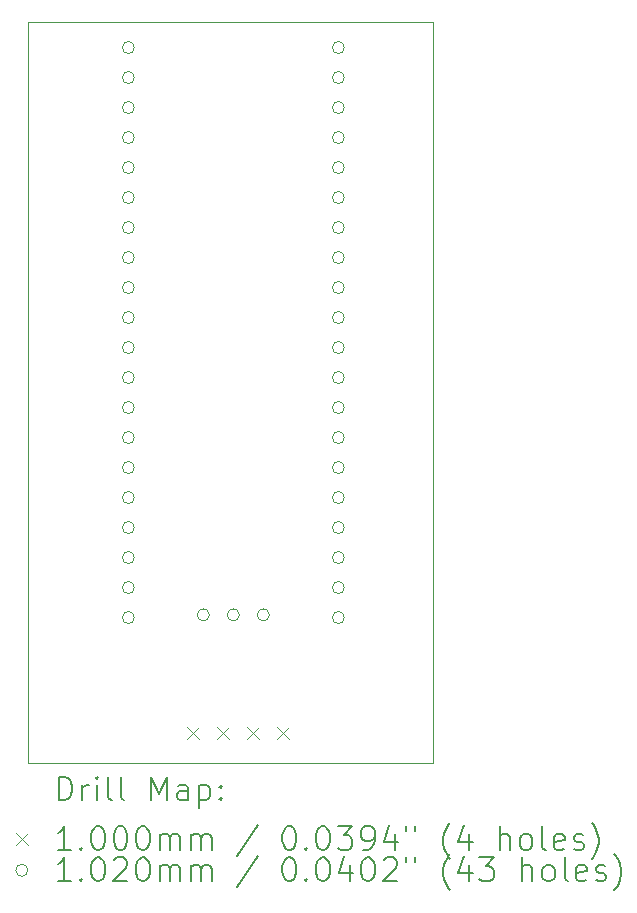
<source format=gbr>
%TF.GenerationSoftware,KiCad,Pcbnew,8.0.1*%
%TF.CreationDate,2024-10-21T20:58:19+13:00*%
%TF.ProjectId,aurorawatchpcb,6175726f-7261-4776-9174-63687063622e,rev?*%
%TF.SameCoordinates,Original*%
%TF.FileFunction,Drillmap*%
%TF.FilePolarity,Positive*%
%FSLAX45Y45*%
G04 Gerber Fmt 4.5, Leading zero omitted, Abs format (unit mm)*
G04 Created by KiCad (PCBNEW 8.0.1) date 2024-10-21 20:58:19*
%MOMM*%
%LPD*%
G01*
G04 APERTURE LIST*
%ADD10C,0.050000*%
%ADD11C,0.200000*%
%ADD12C,0.100000*%
%ADD13C,0.102000*%
G04 APERTURE END LIST*
D10*
X9652000Y-6298775D02*
X13081000Y-6298775D01*
X9652000Y-12573000D02*
X9652000Y-6298775D01*
X13081000Y-12573000D02*
X9652000Y-12573000D01*
X13081000Y-6298775D02*
X13081000Y-12573000D01*
D11*
D12*
X10999000Y-12269000D02*
X11099000Y-12369000D01*
X11099000Y-12269000D02*
X10999000Y-12369000D01*
X11253000Y-12269000D02*
X11353000Y-12369000D01*
X11353000Y-12269000D02*
X11253000Y-12369000D01*
X11507000Y-12269000D02*
X11607000Y-12369000D01*
X11607000Y-12269000D02*
X11507000Y-12369000D01*
X11761000Y-12269000D02*
X11861000Y-12369000D01*
X11861000Y-12269000D02*
X11761000Y-12369000D01*
D13*
X10551380Y-6514020D02*
G75*
G02*
X10449380Y-6514020I-51000J0D01*
G01*
X10449380Y-6514020D02*
G75*
G02*
X10551380Y-6514020I51000J0D01*
G01*
X10551380Y-6768020D02*
G75*
G02*
X10449380Y-6768020I-51000J0D01*
G01*
X10449380Y-6768020D02*
G75*
G02*
X10551380Y-6768020I51000J0D01*
G01*
X10551380Y-7022020D02*
G75*
G02*
X10449380Y-7022020I-51000J0D01*
G01*
X10449380Y-7022020D02*
G75*
G02*
X10551380Y-7022020I51000J0D01*
G01*
X10551380Y-7276020D02*
G75*
G02*
X10449380Y-7276020I-51000J0D01*
G01*
X10449380Y-7276020D02*
G75*
G02*
X10551380Y-7276020I51000J0D01*
G01*
X10551380Y-7530020D02*
G75*
G02*
X10449380Y-7530020I-51000J0D01*
G01*
X10449380Y-7530020D02*
G75*
G02*
X10551380Y-7530020I51000J0D01*
G01*
X10551380Y-7784020D02*
G75*
G02*
X10449380Y-7784020I-51000J0D01*
G01*
X10449380Y-7784020D02*
G75*
G02*
X10551380Y-7784020I51000J0D01*
G01*
X10551380Y-8038020D02*
G75*
G02*
X10449380Y-8038020I-51000J0D01*
G01*
X10449380Y-8038020D02*
G75*
G02*
X10551380Y-8038020I51000J0D01*
G01*
X10551380Y-8292020D02*
G75*
G02*
X10449380Y-8292020I-51000J0D01*
G01*
X10449380Y-8292020D02*
G75*
G02*
X10551380Y-8292020I51000J0D01*
G01*
X10551380Y-8546020D02*
G75*
G02*
X10449380Y-8546020I-51000J0D01*
G01*
X10449380Y-8546020D02*
G75*
G02*
X10551380Y-8546020I51000J0D01*
G01*
X10551380Y-8800020D02*
G75*
G02*
X10449380Y-8800020I-51000J0D01*
G01*
X10449380Y-8800020D02*
G75*
G02*
X10551380Y-8800020I51000J0D01*
G01*
X10551380Y-9054020D02*
G75*
G02*
X10449380Y-9054020I-51000J0D01*
G01*
X10449380Y-9054020D02*
G75*
G02*
X10551380Y-9054020I51000J0D01*
G01*
X10551380Y-9308020D02*
G75*
G02*
X10449380Y-9308020I-51000J0D01*
G01*
X10449380Y-9308020D02*
G75*
G02*
X10551380Y-9308020I51000J0D01*
G01*
X10551380Y-9562020D02*
G75*
G02*
X10449380Y-9562020I-51000J0D01*
G01*
X10449380Y-9562020D02*
G75*
G02*
X10551380Y-9562020I51000J0D01*
G01*
X10551380Y-9816020D02*
G75*
G02*
X10449380Y-9816020I-51000J0D01*
G01*
X10449380Y-9816020D02*
G75*
G02*
X10551380Y-9816020I51000J0D01*
G01*
X10551380Y-10070020D02*
G75*
G02*
X10449380Y-10070020I-51000J0D01*
G01*
X10449380Y-10070020D02*
G75*
G02*
X10551380Y-10070020I51000J0D01*
G01*
X10551380Y-10324020D02*
G75*
G02*
X10449380Y-10324020I-51000J0D01*
G01*
X10449380Y-10324020D02*
G75*
G02*
X10551380Y-10324020I51000J0D01*
G01*
X10551380Y-10578020D02*
G75*
G02*
X10449380Y-10578020I-51000J0D01*
G01*
X10449380Y-10578020D02*
G75*
G02*
X10551380Y-10578020I51000J0D01*
G01*
X10551380Y-10832020D02*
G75*
G02*
X10449380Y-10832020I-51000J0D01*
G01*
X10449380Y-10832020D02*
G75*
G02*
X10551380Y-10832020I51000J0D01*
G01*
X10551380Y-11086020D02*
G75*
G02*
X10449380Y-11086020I-51000J0D01*
G01*
X10449380Y-11086020D02*
G75*
G02*
X10551380Y-11086020I51000J0D01*
G01*
X10551380Y-11340020D02*
G75*
G02*
X10449380Y-11340020I-51000J0D01*
G01*
X10449380Y-11340020D02*
G75*
G02*
X10551380Y-11340020I51000J0D01*
G01*
X11186380Y-11317020D02*
G75*
G02*
X11084380Y-11317020I-51000J0D01*
G01*
X11084380Y-11317020D02*
G75*
G02*
X11186380Y-11317020I51000J0D01*
G01*
X11440380Y-11317020D02*
G75*
G02*
X11338380Y-11317020I-51000J0D01*
G01*
X11338380Y-11317020D02*
G75*
G02*
X11440380Y-11317020I51000J0D01*
G01*
X11694380Y-11317020D02*
G75*
G02*
X11592380Y-11317020I-51000J0D01*
G01*
X11592380Y-11317020D02*
G75*
G02*
X11694380Y-11317020I51000J0D01*
G01*
X12329380Y-6514020D02*
G75*
G02*
X12227380Y-6514020I-51000J0D01*
G01*
X12227380Y-6514020D02*
G75*
G02*
X12329380Y-6514020I51000J0D01*
G01*
X12329380Y-6768020D02*
G75*
G02*
X12227380Y-6768020I-51000J0D01*
G01*
X12227380Y-6768020D02*
G75*
G02*
X12329380Y-6768020I51000J0D01*
G01*
X12329380Y-7022020D02*
G75*
G02*
X12227380Y-7022020I-51000J0D01*
G01*
X12227380Y-7022020D02*
G75*
G02*
X12329380Y-7022020I51000J0D01*
G01*
X12329380Y-7276020D02*
G75*
G02*
X12227380Y-7276020I-51000J0D01*
G01*
X12227380Y-7276020D02*
G75*
G02*
X12329380Y-7276020I51000J0D01*
G01*
X12329380Y-7530020D02*
G75*
G02*
X12227380Y-7530020I-51000J0D01*
G01*
X12227380Y-7530020D02*
G75*
G02*
X12329380Y-7530020I51000J0D01*
G01*
X12329380Y-7784020D02*
G75*
G02*
X12227380Y-7784020I-51000J0D01*
G01*
X12227380Y-7784020D02*
G75*
G02*
X12329380Y-7784020I51000J0D01*
G01*
X12329380Y-8038020D02*
G75*
G02*
X12227380Y-8038020I-51000J0D01*
G01*
X12227380Y-8038020D02*
G75*
G02*
X12329380Y-8038020I51000J0D01*
G01*
X12329380Y-8292020D02*
G75*
G02*
X12227380Y-8292020I-51000J0D01*
G01*
X12227380Y-8292020D02*
G75*
G02*
X12329380Y-8292020I51000J0D01*
G01*
X12329380Y-8546020D02*
G75*
G02*
X12227380Y-8546020I-51000J0D01*
G01*
X12227380Y-8546020D02*
G75*
G02*
X12329380Y-8546020I51000J0D01*
G01*
X12329380Y-8800020D02*
G75*
G02*
X12227380Y-8800020I-51000J0D01*
G01*
X12227380Y-8800020D02*
G75*
G02*
X12329380Y-8800020I51000J0D01*
G01*
X12329380Y-9054020D02*
G75*
G02*
X12227380Y-9054020I-51000J0D01*
G01*
X12227380Y-9054020D02*
G75*
G02*
X12329380Y-9054020I51000J0D01*
G01*
X12329380Y-9308020D02*
G75*
G02*
X12227380Y-9308020I-51000J0D01*
G01*
X12227380Y-9308020D02*
G75*
G02*
X12329380Y-9308020I51000J0D01*
G01*
X12329380Y-9562020D02*
G75*
G02*
X12227380Y-9562020I-51000J0D01*
G01*
X12227380Y-9562020D02*
G75*
G02*
X12329380Y-9562020I51000J0D01*
G01*
X12329380Y-9816020D02*
G75*
G02*
X12227380Y-9816020I-51000J0D01*
G01*
X12227380Y-9816020D02*
G75*
G02*
X12329380Y-9816020I51000J0D01*
G01*
X12329380Y-10070020D02*
G75*
G02*
X12227380Y-10070020I-51000J0D01*
G01*
X12227380Y-10070020D02*
G75*
G02*
X12329380Y-10070020I51000J0D01*
G01*
X12329380Y-10324020D02*
G75*
G02*
X12227380Y-10324020I-51000J0D01*
G01*
X12227380Y-10324020D02*
G75*
G02*
X12329380Y-10324020I51000J0D01*
G01*
X12329380Y-10578020D02*
G75*
G02*
X12227380Y-10578020I-51000J0D01*
G01*
X12227380Y-10578020D02*
G75*
G02*
X12329380Y-10578020I51000J0D01*
G01*
X12329380Y-10832020D02*
G75*
G02*
X12227380Y-10832020I-51000J0D01*
G01*
X12227380Y-10832020D02*
G75*
G02*
X12329380Y-10832020I51000J0D01*
G01*
X12329380Y-11086020D02*
G75*
G02*
X12227380Y-11086020I-51000J0D01*
G01*
X12227380Y-11086020D02*
G75*
G02*
X12329380Y-11086020I51000J0D01*
G01*
X12329380Y-11340020D02*
G75*
G02*
X12227380Y-11340020I-51000J0D01*
G01*
X12227380Y-11340020D02*
G75*
G02*
X12329380Y-11340020I51000J0D01*
G01*
D11*
X9910277Y-12886984D02*
X9910277Y-12686984D01*
X9910277Y-12686984D02*
X9957896Y-12686984D01*
X9957896Y-12686984D02*
X9986467Y-12696508D01*
X9986467Y-12696508D02*
X10005515Y-12715555D01*
X10005515Y-12715555D02*
X10015039Y-12734603D01*
X10015039Y-12734603D02*
X10024563Y-12772698D01*
X10024563Y-12772698D02*
X10024563Y-12801269D01*
X10024563Y-12801269D02*
X10015039Y-12839365D01*
X10015039Y-12839365D02*
X10005515Y-12858412D01*
X10005515Y-12858412D02*
X9986467Y-12877460D01*
X9986467Y-12877460D02*
X9957896Y-12886984D01*
X9957896Y-12886984D02*
X9910277Y-12886984D01*
X10110277Y-12886984D02*
X10110277Y-12753650D01*
X10110277Y-12791746D02*
X10119801Y-12772698D01*
X10119801Y-12772698D02*
X10129324Y-12763174D01*
X10129324Y-12763174D02*
X10148372Y-12753650D01*
X10148372Y-12753650D02*
X10167420Y-12753650D01*
X10234086Y-12886984D02*
X10234086Y-12753650D01*
X10234086Y-12686984D02*
X10224563Y-12696508D01*
X10224563Y-12696508D02*
X10234086Y-12706031D01*
X10234086Y-12706031D02*
X10243610Y-12696508D01*
X10243610Y-12696508D02*
X10234086Y-12686984D01*
X10234086Y-12686984D02*
X10234086Y-12706031D01*
X10357896Y-12886984D02*
X10338848Y-12877460D01*
X10338848Y-12877460D02*
X10329324Y-12858412D01*
X10329324Y-12858412D02*
X10329324Y-12686984D01*
X10462658Y-12886984D02*
X10443610Y-12877460D01*
X10443610Y-12877460D02*
X10434086Y-12858412D01*
X10434086Y-12858412D02*
X10434086Y-12686984D01*
X10691229Y-12886984D02*
X10691229Y-12686984D01*
X10691229Y-12686984D02*
X10757896Y-12829841D01*
X10757896Y-12829841D02*
X10824563Y-12686984D01*
X10824563Y-12686984D02*
X10824563Y-12886984D01*
X11005515Y-12886984D02*
X11005515Y-12782222D01*
X11005515Y-12782222D02*
X10995991Y-12763174D01*
X10995991Y-12763174D02*
X10976944Y-12753650D01*
X10976944Y-12753650D02*
X10938848Y-12753650D01*
X10938848Y-12753650D02*
X10919801Y-12763174D01*
X11005515Y-12877460D02*
X10986467Y-12886984D01*
X10986467Y-12886984D02*
X10938848Y-12886984D01*
X10938848Y-12886984D02*
X10919801Y-12877460D01*
X10919801Y-12877460D02*
X10910277Y-12858412D01*
X10910277Y-12858412D02*
X10910277Y-12839365D01*
X10910277Y-12839365D02*
X10919801Y-12820317D01*
X10919801Y-12820317D02*
X10938848Y-12810793D01*
X10938848Y-12810793D02*
X10986467Y-12810793D01*
X10986467Y-12810793D02*
X11005515Y-12801269D01*
X11100753Y-12753650D02*
X11100753Y-12953650D01*
X11100753Y-12763174D02*
X11119801Y-12753650D01*
X11119801Y-12753650D02*
X11157896Y-12753650D01*
X11157896Y-12753650D02*
X11176944Y-12763174D01*
X11176944Y-12763174D02*
X11186467Y-12772698D01*
X11186467Y-12772698D02*
X11195991Y-12791746D01*
X11195991Y-12791746D02*
X11195991Y-12848888D01*
X11195991Y-12848888D02*
X11186467Y-12867936D01*
X11186467Y-12867936D02*
X11176944Y-12877460D01*
X11176944Y-12877460D02*
X11157896Y-12886984D01*
X11157896Y-12886984D02*
X11119801Y-12886984D01*
X11119801Y-12886984D02*
X11100753Y-12877460D01*
X11281705Y-12867936D02*
X11291229Y-12877460D01*
X11291229Y-12877460D02*
X11281705Y-12886984D01*
X11281705Y-12886984D02*
X11272182Y-12877460D01*
X11272182Y-12877460D02*
X11281705Y-12867936D01*
X11281705Y-12867936D02*
X11281705Y-12886984D01*
X11281705Y-12763174D02*
X11291229Y-12772698D01*
X11291229Y-12772698D02*
X11281705Y-12782222D01*
X11281705Y-12782222D02*
X11272182Y-12772698D01*
X11272182Y-12772698D02*
X11281705Y-12763174D01*
X11281705Y-12763174D02*
X11281705Y-12782222D01*
D12*
X9549500Y-13165500D02*
X9649500Y-13265500D01*
X9649500Y-13165500D02*
X9549500Y-13265500D01*
D11*
X10015039Y-13306984D02*
X9900753Y-13306984D01*
X9957896Y-13306984D02*
X9957896Y-13106984D01*
X9957896Y-13106984D02*
X9938848Y-13135555D01*
X9938848Y-13135555D02*
X9919801Y-13154603D01*
X9919801Y-13154603D02*
X9900753Y-13164127D01*
X10100753Y-13287936D02*
X10110277Y-13297460D01*
X10110277Y-13297460D02*
X10100753Y-13306984D01*
X10100753Y-13306984D02*
X10091229Y-13297460D01*
X10091229Y-13297460D02*
X10100753Y-13287936D01*
X10100753Y-13287936D02*
X10100753Y-13306984D01*
X10234086Y-13106984D02*
X10253134Y-13106984D01*
X10253134Y-13106984D02*
X10272182Y-13116508D01*
X10272182Y-13116508D02*
X10281705Y-13126031D01*
X10281705Y-13126031D02*
X10291229Y-13145079D01*
X10291229Y-13145079D02*
X10300753Y-13183174D01*
X10300753Y-13183174D02*
X10300753Y-13230793D01*
X10300753Y-13230793D02*
X10291229Y-13268888D01*
X10291229Y-13268888D02*
X10281705Y-13287936D01*
X10281705Y-13287936D02*
X10272182Y-13297460D01*
X10272182Y-13297460D02*
X10253134Y-13306984D01*
X10253134Y-13306984D02*
X10234086Y-13306984D01*
X10234086Y-13306984D02*
X10215039Y-13297460D01*
X10215039Y-13297460D02*
X10205515Y-13287936D01*
X10205515Y-13287936D02*
X10195991Y-13268888D01*
X10195991Y-13268888D02*
X10186467Y-13230793D01*
X10186467Y-13230793D02*
X10186467Y-13183174D01*
X10186467Y-13183174D02*
X10195991Y-13145079D01*
X10195991Y-13145079D02*
X10205515Y-13126031D01*
X10205515Y-13126031D02*
X10215039Y-13116508D01*
X10215039Y-13116508D02*
X10234086Y-13106984D01*
X10424563Y-13106984D02*
X10443610Y-13106984D01*
X10443610Y-13106984D02*
X10462658Y-13116508D01*
X10462658Y-13116508D02*
X10472182Y-13126031D01*
X10472182Y-13126031D02*
X10481705Y-13145079D01*
X10481705Y-13145079D02*
X10491229Y-13183174D01*
X10491229Y-13183174D02*
X10491229Y-13230793D01*
X10491229Y-13230793D02*
X10481705Y-13268888D01*
X10481705Y-13268888D02*
X10472182Y-13287936D01*
X10472182Y-13287936D02*
X10462658Y-13297460D01*
X10462658Y-13297460D02*
X10443610Y-13306984D01*
X10443610Y-13306984D02*
X10424563Y-13306984D01*
X10424563Y-13306984D02*
X10405515Y-13297460D01*
X10405515Y-13297460D02*
X10395991Y-13287936D01*
X10395991Y-13287936D02*
X10386467Y-13268888D01*
X10386467Y-13268888D02*
X10376944Y-13230793D01*
X10376944Y-13230793D02*
X10376944Y-13183174D01*
X10376944Y-13183174D02*
X10386467Y-13145079D01*
X10386467Y-13145079D02*
X10395991Y-13126031D01*
X10395991Y-13126031D02*
X10405515Y-13116508D01*
X10405515Y-13116508D02*
X10424563Y-13106984D01*
X10615039Y-13106984D02*
X10634086Y-13106984D01*
X10634086Y-13106984D02*
X10653134Y-13116508D01*
X10653134Y-13116508D02*
X10662658Y-13126031D01*
X10662658Y-13126031D02*
X10672182Y-13145079D01*
X10672182Y-13145079D02*
X10681705Y-13183174D01*
X10681705Y-13183174D02*
X10681705Y-13230793D01*
X10681705Y-13230793D02*
X10672182Y-13268888D01*
X10672182Y-13268888D02*
X10662658Y-13287936D01*
X10662658Y-13287936D02*
X10653134Y-13297460D01*
X10653134Y-13297460D02*
X10634086Y-13306984D01*
X10634086Y-13306984D02*
X10615039Y-13306984D01*
X10615039Y-13306984D02*
X10595991Y-13297460D01*
X10595991Y-13297460D02*
X10586467Y-13287936D01*
X10586467Y-13287936D02*
X10576944Y-13268888D01*
X10576944Y-13268888D02*
X10567420Y-13230793D01*
X10567420Y-13230793D02*
X10567420Y-13183174D01*
X10567420Y-13183174D02*
X10576944Y-13145079D01*
X10576944Y-13145079D02*
X10586467Y-13126031D01*
X10586467Y-13126031D02*
X10595991Y-13116508D01*
X10595991Y-13116508D02*
X10615039Y-13106984D01*
X10767420Y-13306984D02*
X10767420Y-13173650D01*
X10767420Y-13192698D02*
X10776944Y-13183174D01*
X10776944Y-13183174D02*
X10795991Y-13173650D01*
X10795991Y-13173650D02*
X10824563Y-13173650D01*
X10824563Y-13173650D02*
X10843610Y-13183174D01*
X10843610Y-13183174D02*
X10853134Y-13202222D01*
X10853134Y-13202222D02*
X10853134Y-13306984D01*
X10853134Y-13202222D02*
X10862658Y-13183174D01*
X10862658Y-13183174D02*
X10881705Y-13173650D01*
X10881705Y-13173650D02*
X10910277Y-13173650D01*
X10910277Y-13173650D02*
X10929325Y-13183174D01*
X10929325Y-13183174D02*
X10938848Y-13202222D01*
X10938848Y-13202222D02*
X10938848Y-13306984D01*
X11034086Y-13306984D02*
X11034086Y-13173650D01*
X11034086Y-13192698D02*
X11043610Y-13183174D01*
X11043610Y-13183174D02*
X11062658Y-13173650D01*
X11062658Y-13173650D02*
X11091229Y-13173650D01*
X11091229Y-13173650D02*
X11110277Y-13183174D01*
X11110277Y-13183174D02*
X11119801Y-13202222D01*
X11119801Y-13202222D02*
X11119801Y-13306984D01*
X11119801Y-13202222D02*
X11129325Y-13183174D01*
X11129325Y-13183174D02*
X11148372Y-13173650D01*
X11148372Y-13173650D02*
X11176944Y-13173650D01*
X11176944Y-13173650D02*
X11195991Y-13183174D01*
X11195991Y-13183174D02*
X11205515Y-13202222D01*
X11205515Y-13202222D02*
X11205515Y-13306984D01*
X11595991Y-13097460D02*
X11424563Y-13354603D01*
X11853134Y-13106984D02*
X11872182Y-13106984D01*
X11872182Y-13106984D02*
X11891229Y-13116508D01*
X11891229Y-13116508D02*
X11900753Y-13126031D01*
X11900753Y-13126031D02*
X11910277Y-13145079D01*
X11910277Y-13145079D02*
X11919801Y-13183174D01*
X11919801Y-13183174D02*
X11919801Y-13230793D01*
X11919801Y-13230793D02*
X11910277Y-13268888D01*
X11910277Y-13268888D02*
X11900753Y-13287936D01*
X11900753Y-13287936D02*
X11891229Y-13297460D01*
X11891229Y-13297460D02*
X11872182Y-13306984D01*
X11872182Y-13306984D02*
X11853134Y-13306984D01*
X11853134Y-13306984D02*
X11834086Y-13297460D01*
X11834086Y-13297460D02*
X11824563Y-13287936D01*
X11824563Y-13287936D02*
X11815039Y-13268888D01*
X11815039Y-13268888D02*
X11805515Y-13230793D01*
X11805515Y-13230793D02*
X11805515Y-13183174D01*
X11805515Y-13183174D02*
X11815039Y-13145079D01*
X11815039Y-13145079D02*
X11824563Y-13126031D01*
X11824563Y-13126031D02*
X11834086Y-13116508D01*
X11834086Y-13116508D02*
X11853134Y-13106984D01*
X12005515Y-13287936D02*
X12015039Y-13297460D01*
X12015039Y-13297460D02*
X12005515Y-13306984D01*
X12005515Y-13306984D02*
X11995991Y-13297460D01*
X11995991Y-13297460D02*
X12005515Y-13287936D01*
X12005515Y-13287936D02*
X12005515Y-13306984D01*
X12138848Y-13106984D02*
X12157896Y-13106984D01*
X12157896Y-13106984D02*
X12176944Y-13116508D01*
X12176944Y-13116508D02*
X12186467Y-13126031D01*
X12186467Y-13126031D02*
X12195991Y-13145079D01*
X12195991Y-13145079D02*
X12205515Y-13183174D01*
X12205515Y-13183174D02*
X12205515Y-13230793D01*
X12205515Y-13230793D02*
X12195991Y-13268888D01*
X12195991Y-13268888D02*
X12186467Y-13287936D01*
X12186467Y-13287936D02*
X12176944Y-13297460D01*
X12176944Y-13297460D02*
X12157896Y-13306984D01*
X12157896Y-13306984D02*
X12138848Y-13306984D01*
X12138848Y-13306984D02*
X12119801Y-13297460D01*
X12119801Y-13297460D02*
X12110277Y-13287936D01*
X12110277Y-13287936D02*
X12100753Y-13268888D01*
X12100753Y-13268888D02*
X12091229Y-13230793D01*
X12091229Y-13230793D02*
X12091229Y-13183174D01*
X12091229Y-13183174D02*
X12100753Y-13145079D01*
X12100753Y-13145079D02*
X12110277Y-13126031D01*
X12110277Y-13126031D02*
X12119801Y-13116508D01*
X12119801Y-13116508D02*
X12138848Y-13106984D01*
X12272182Y-13106984D02*
X12395991Y-13106984D01*
X12395991Y-13106984D02*
X12329325Y-13183174D01*
X12329325Y-13183174D02*
X12357896Y-13183174D01*
X12357896Y-13183174D02*
X12376944Y-13192698D01*
X12376944Y-13192698D02*
X12386467Y-13202222D01*
X12386467Y-13202222D02*
X12395991Y-13221269D01*
X12395991Y-13221269D02*
X12395991Y-13268888D01*
X12395991Y-13268888D02*
X12386467Y-13287936D01*
X12386467Y-13287936D02*
X12376944Y-13297460D01*
X12376944Y-13297460D02*
X12357896Y-13306984D01*
X12357896Y-13306984D02*
X12300753Y-13306984D01*
X12300753Y-13306984D02*
X12281706Y-13297460D01*
X12281706Y-13297460D02*
X12272182Y-13287936D01*
X12491229Y-13306984D02*
X12529325Y-13306984D01*
X12529325Y-13306984D02*
X12548372Y-13297460D01*
X12548372Y-13297460D02*
X12557896Y-13287936D01*
X12557896Y-13287936D02*
X12576944Y-13259365D01*
X12576944Y-13259365D02*
X12586467Y-13221269D01*
X12586467Y-13221269D02*
X12586467Y-13145079D01*
X12586467Y-13145079D02*
X12576944Y-13126031D01*
X12576944Y-13126031D02*
X12567420Y-13116508D01*
X12567420Y-13116508D02*
X12548372Y-13106984D01*
X12548372Y-13106984D02*
X12510277Y-13106984D01*
X12510277Y-13106984D02*
X12491229Y-13116508D01*
X12491229Y-13116508D02*
X12481706Y-13126031D01*
X12481706Y-13126031D02*
X12472182Y-13145079D01*
X12472182Y-13145079D02*
X12472182Y-13192698D01*
X12472182Y-13192698D02*
X12481706Y-13211746D01*
X12481706Y-13211746D02*
X12491229Y-13221269D01*
X12491229Y-13221269D02*
X12510277Y-13230793D01*
X12510277Y-13230793D02*
X12548372Y-13230793D01*
X12548372Y-13230793D02*
X12567420Y-13221269D01*
X12567420Y-13221269D02*
X12576944Y-13211746D01*
X12576944Y-13211746D02*
X12586467Y-13192698D01*
X12757896Y-13173650D02*
X12757896Y-13306984D01*
X12710277Y-13097460D02*
X12662658Y-13240317D01*
X12662658Y-13240317D02*
X12786467Y-13240317D01*
X12853134Y-13106984D02*
X12853134Y-13145079D01*
X12929325Y-13106984D02*
X12929325Y-13145079D01*
X13224563Y-13383174D02*
X13215039Y-13373650D01*
X13215039Y-13373650D02*
X13195991Y-13345079D01*
X13195991Y-13345079D02*
X13186468Y-13326031D01*
X13186468Y-13326031D02*
X13176944Y-13297460D01*
X13176944Y-13297460D02*
X13167420Y-13249841D01*
X13167420Y-13249841D02*
X13167420Y-13211746D01*
X13167420Y-13211746D02*
X13176944Y-13164127D01*
X13176944Y-13164127D02*
X13186468Y-13135555D01*
X13186468Y-13135555D02*
X13195991Y-13116508D01*
X13195991Y-13116508D02*
X13215039Y-13087936D01*
X13215039Y-13087936D02*
X13224563Y-13078412D01*
X13386468Y-13173650D02*
X13386468Y-13306984D01*
X13338848Y-13097460D02*
X13291229Y-13240317D01*
X13291229Y-13240317D02*
X13415039Y-13240317D01*
X13643610Y-13306984D02*
X13643610Y-13106984D01*
X13729325Y-13306984D02*
X13729325Y-13202222D01*
X13729325Y-13202222D02*
X13719801Y-13183174D01*
X13719801Y-13183174D02*
X13700753Y-13173650D01*
X13700753Y-13173650D02*
X13672182Y-13173650D01*
X13672182Y-13173650D02*
X13653134Y-13183174D01*
X13653134Y-13183174D02*
X13643610Y-13192698D01*
X13853134Y-13306984D02*
X13834087Y-13297460D01*
X13834087Y-13297460D02*
X13824563Y-13287936D01*
X13824563Y-13287936D02*
X13815039Y-13268888D01*
X13815039Y-13268888D02*
X13815039Y-13211746D01*
X13815039Y-13211746D02*
X13824563Y-13192698D01*
X13824563Y-13192698D02*
X13834087Y-13183174D01*
X13834087Y-13183174D02*
X13853134Y-13173650D01*
X13853134Y-13173650D02*
X13881706Y-13173650D01*
X13881706Y-13173650D02*
X13900753Y-13183174D01*
X13900753Y-13183174D02*
X13910277Y-13192698D01*
X13910277Y-13192698D02*
X13919801Y-13211746D01*
X13919801Y-13211746D02*
X13919801Y-13268888D01*
X13919801Y-13268888D02*
X13910277Y-13287936D01*
X13910277Y-13287936D02*
X13900753Y-13297460D01*
X13900753Y-13297460D02*
X13881706Y-13306984D01*
X13881706Y-13306984D02*
X13853134Y-13306984D01*
X14034087Y-13306984D02*
X14015039Y-13297460D01*
X14015039Y-13297460D02*
X14005515Y-13278412D01*
X14005515Y-13278412D02*
X14005515Y-13106984D01*
X14186468Y-13297460D02*
X14167420Y-13306984D01*
X14167420Y-13306984D02*
X14129325Y-13306984D01*
X14129325Y-13306984D02*
X14110277Y-13297460D01*
X14110277Y-13297460D02*
X14100753Y-13278412D01*
X14100753Y-13278412D02*
X14100753Y-13202222D01*
X14100753Y-13202222D02*
X14110277Y-13183174D01*
X14110277Y-13183174D02*
X14129325Y-13173650D01*
X14129325Y-13173650D02*
X14167420Y-13173650D01*
X14167420Y-13173650D02*
X14186468Y-13183174D01*
X14186468Y-13183174D02*
X14195991Y-13202222D01*
X14195991Y-13202222D02*
X14195991Y-13221269D01*
X14195991Y-13221269D02*
X14100753Y-13240317D01*
X14272182Y-13297460D02*
X14291230Y-13306984D01*
X14291230Y-13306984D02*
X14329325Y-13306984D01*
X14329325Y-13306984D02*
X14348372Y-13297460D01*
X14348372Y-13297460D02*
X14357896Y-13278412D01*
X14357896Y-13278412D02*
X14357896Y-13268888D01*
X14357896Y-13268888D02*
X14348372Y-13249841D01*
X14348372Y-13249841D02*
X14329325Y-13240317D01*
X14329325Y-13240317D02*
X14300753Y-13240317D01*
X14300753Y-13240317D02*
X14281706Y-13230793D01*
X14281706Y-13230793D02*
X14272182Y-13211746D01*
X14272182Y-13211746D02*
X14272182Y-13202222D01*
X14272182Y-13202222D02*
X14281706Y-13183174D01*
X14281706Y-13183174D02*
X14300753Y-13173650D01*
X14300753Y-13173650D02*
X14329325Y-13173650D01*
X14329325Y-13173650D02*
X14348372Y-13183174D01*
X14424563Y-13383174D02*
X14434087Y-13373650D01*
X14434087Y-13373650D02*
X14453134Y-13345079D01*
X14453134Y-13345079D02*
X14462658Y-13326031D01*
X14462658Y-13326031D02*
X14472182Y-13297460D01*
X14472182Y-13297460D02*
X14481706Y-13249841D01*
X14481706Y-13249841D02*
X14481706Y-13211746D01*
X14481706Y-13211746D02*
X14472182Y-13164127D01*
X14472182Y-13164127D02*
X14462658Y-13135555D01*
X14462658Y-13135555D02*
X14453134Y-13116508D01*
X14453134Y-13116508D02*
X14434087Y-13087936D01*
X14434087Y-13087936D02*
X14424563Y-13078412D01*
D13*
X9649500Y-13479500D02*
G75*
G02*
X9547500Y-13479500I-51000J0D01*
G01*
X9547500Y-13479500D02*
G75*
G02*
X9649500Y-13479500I51000J0D01*
G01*
D11*
X10015039Y-13570984D02*
X9900753Y-13570984D01*
X9957896Y-13570984D02*
X9957896Y-13370984D01*
X9957896Y-13370984D02*
X9938848Y-13399555D01*
X9938848Y-13399555D02*
X9919801Y-13418603D01*
X9919801Y-13418603D02*
X9900753Y-13428127D01*
X10100753Y-13551936D02*
X10110277Y-13561460D01*
X10110277Y-13561460D02*
X10100753Y-13570984D01*
X10100753Y-13570984D02*
X10091229Y-13561460D01*
X10091229Y-13561460D02*
X10100753Y-13551936D01*
X10100753Y-13551936D02*
X10100753Y-13570984D01*
X10234086Y-13370984D02*
X10253134Y-13370984D01*
X10253134Y-13370984D02*
X10272182Y-13380508D01*
X10272182Y-13380508D02*
X10281705Y-13390031D01*
X10281705Y-13390031D02*
X10291229Y-13409079D01*
X10291229Y-13409079D02*
X10300753Y-13447174D01*
X10300753Y-13447174D02*
X10300753Y-13494793D01*
X10300753Y-13494793D02*
X10291229Y-13532888D01*
X10291229Y-13532888D02*
X10281705Y-13551936D01*
X10281705Y-13551936D02*
X10272182Y-13561460D01*
X10272182Y-13561460D02*
X10253134Y-13570984D01*
X10253134Y-13570984D02*
X10234086Y-13570984D01*
X10234086Y-13570984D02*
X10215039Y-13561460D01*
X10215039Y-13561460D02*
X10205515Y-13551936D01*
X10205515Y-13551936D02*
X10195991Y-13532888D01*
X10195991Y-13532888D02*
X10186467Y-13494793D01*
X10186467Y-13494793D02*
X10186467Y-13447174D01*
X10186467Y-13447174D02*
X10195991Y-13409079D01*
X10195991Y-13409079D02*
X10205515Y-13390031D01*
X10205515Y-13390031D02*
X10215039Y-13380508D01*
X10215039Y-13380508D02*
X10234086Y-13370984D01*
X10376944Y-13390031D02*
X10386467Y-13380508D01*
X10386467Y-13380508D02*
X10405515Y-13370984D01*
X10405515Y-13370984D02*
X10453134Y-13370984D01*
X10453134Y-13370984D02*
X10472182Y-13380508D01*
X10472182Y-13380508D02*
X10481705Y-13390031D01*
X10481705Y-13390031D02*
X10491229Y-13409079D01*
X10491229Y-13409079D02*
X10491229Y-13428127D01*
X10491229Y-13428127D02*
X10481705Y-13456698D01*
X10481705Y-13456698D02*
X10367420Y-13570984D01*
X10367420Y-13570984D02*
X10491229Y-13570984D01*
X10615039Y-13370984D02*
X10634086Y-13370984D01*
X10634086Y-13370984D02*
X10653134Y-13380508D01*
X10653134Y-13380508D02*
X10662658Y-13390031D01*
X10662658Y-13390031D02*
X10672182Y-13409079D01*
X10672182Y-13409079D02*
X10681705Y-13447174D01*
X10681705Y-13447174D02*
X10681705Y-13494793D01*
X10681705Y-13494793D02*
X10672182Y-13532888D01*
X10672182Y-13532888D02*
X10662658Y-13551936D01*
X10662658Y-13551936D02*
X10653134Y-13561460D01*
X10653134Y-13561460D02*
X10634086Y-13570984D01*
X10634086Y-13570984D02*
X10615039Y-13570984D01*
X10615039Y-13570984D02*
X10595991Y-13561460D01*
X10595991Y-13561460D02*
X10586467Y-13551936D01*
X10586467Y-13551936D02*
X10576944Y-13532888D01*
X10576944Y-13532888D02*
X10567420Y-13494793D01*
X10567420Y-13494793D02*
X10567420Y-13447174D01*
X10567420Y-13447174D02*
X10576944Y-13409079D01*
X10576944Y-13409079D02*
X10586467Y-13390031D01*
X10586467Y-13390031D02*
X10595991Y-13380508D01*
X10595991Y-13380508D02*
X10615039Y-13370984D01*
X10767420Y-13570984D02*
X10767420Y-13437650D01*
X10767420Y-13456698D02*
X10776944Y-13447174D01*
X10776944Y-13447174D02*
X10795991Y-13437650D01*
X10795991Y-13437650D02*
X10824563Y-13437650D01*
X10824563Y-13437650D02*
X10843610Y-13447174D01*
X10843610Y-13447174D02*
X10853134Y-13466222D01*
X10853134Y-13466222D02*
X10853134Y-13570984D01*
X10853134Y-13466222D02*
X10862658Y-13447174D01*
X10862658Y-13447174D02*
X10881705Y-13437650D01*
X10881705Y-13437650D02*
X10910277Y-13437650D01*
X10910277Y-13437650D02*
X10929325Y-13447174D01*
X10929325Y-13447174D02*
X10938848Y-13466222D01*
X10938848Y-13466222D02*
X10938848Y-13570984D01*
X11034086Y-13570984D02*
X11034086Y-13437650D01*
X11034086Y-13456698D02*
X11043610Y-13447174D01*
X11043610Y-13447174D02*
X11062658Y-13437650D01*
X11062658Y-13437650D02*
X11091229Y-13437650D01*
X11091229Y-13437650D02*
X11110277Y-13447174D01*
X11110277Y-13447174D02*
X11119801Y-13466222D01*
X11119801Y-13466222D02*
X11119801Y-13570984D01*
X11119801Y-13466222D02*
X11129325Y-13447174D01*
X11129325Y-13447174D02*
X11148372Y-13437650D01*
X11148372Y-13437650D02*
X11176944Y-13437650D01*
X11176944Y-13437650D02*
X11195991Y-13447174D01*
X11195991Y-13447174D02*
X11205515Y-13466222D01*
X11205515Y-13466222D02*
X11205515Y-13570984D01*
X11595991Y-13361460D02*
X11424563Y-13618603D01*
X11853134Y-13370984D02*
X11872182Y-13370984D01*
X11872182Y-13370984D02*
X11891229Y-13380508D01*
X11891229Y-13380508D02*
X11900753Y-13390031D01*
X11900753Y-13390031D02*
X11910277Y-13409079D01*
X11910277Y-13409079D02*
X11919801Y-13447174D01*
X11919801Y-13447174D02*
X11919801Y-13494793D01*
X11919801Y-13494793D02*
X11910277Y-13532888D01*
X11910277Y-13532888D02*
X11900753Y-13551936D01*
X11900753Y-13551936D02*
X11891229Y-13561460D01*
X11891229Y-13561460D02*
X11872182Y-13570984D01*
X11872182Y-13570984D02*
X11853134Y-13570984D01*
X11853134Y-13570984D02*
X11834086Y-13561460D01*
X11834086Y-13561460D02*
X11824563Y-13551936D01*
X11824563Y-13551936D02*
X11815039Y-13532888D01*
X11815039Y-13532888D02*
X11805515Y-13494793D01*
X11805515Y-13494793D02*
X11805515Y-13447174D01*
X11805515Y-13447174D02*
X11815039Y-13409079D01*
X11815039Y-13409079D02*
X11824563Y-13390031D01*
X11824563Y-13390031D02*
X11834086Y-13380508D01*
X11834086Y-13380508D02*
X11853134Y-13370984D01*
X12005515Y-13551936D02*
X12015039Y-13561460D01*
X12015039Y-13561460D02*
X12005515Y-13570984D01*
X12005515Y-13570984D02*
X11995991Y-13561460D01*
X11995991Y-13561460D02*
X12005515Y-13551936D01*
X12005515Y-13551936D02*
X12005515Y-13570984D01*
X12138848Y-13370984D02*
X12157896Y-13370984D01*
X12157896Y-13370984D02*
X12176944Y-13380508D01*
X12176944Y-13380508D02*
X12186467Y-13390031D01*
X12186467Y-13390031D02*
X12195991Y-13409079D01*
X12195991Y-13409079D02*
X12205515Y-13447174D01*
X12205515Y-13447174D02*
X12205515Y-13494793D01*
X12205515Y-13494793D02*
X12195991Y-13532888D01*
X12195991Y-13532888D02*
X12186467Y-13551936D01*
X12186467Y-13551936D02*
X12176944Y-13561460D01*
X12176944Y-13561460D02*
X12157896Y-13570984D01*
X12157896Y-13570984D02*
X12138848Y-13570984D01*
X12138848Y-13570984D02*
X12119801Y-13561460D01*
X12119801Y-13561460D02*
X12110277Y-13551936D01*
X12110277Y-13551936D02*
X12100753Y-13532888D01*
X12100753Y-13532888D02*
X12091229Y-13494793D01*
X12091229Y-13494793D02*
X12091229Y-13447174D01*
X12091229Y-13447174D02*
X12100753Y-13409079D01*
X12100753Y-13409079D02*
X12110277Y-13390031D01*
X12110277Y-13390031D02*
X12119801Y-13380508D01*
X12119801Y-13380508D02*
X12138848Y-13370984D01*
X12376944Y-13437650D02*
X12376944Y-13570984D01*
X12329325Y-13361460D02*
X12281706Y-13504317D01*
X12281706Y-13504317D02*
X12405515Y-13504317D01*
X12519801Y-13370984D02*
X12538848Y-13370984D01*
X12538848Y-13370984D02*
X12557896Y-13380508D01*
X12557896Y-13380508D02*
X12567420Y-13390031D01*
X12567420Y-13390031D02*
X12576944Y-13409079D01*
X12576944Y-13409079D02*
X12586467Y-13447174D01*
X12586467Y-13447174D02*
X12586467Y-13494793D01*
X12586467Y-13494793D02*
X12576944Y-13532888D01*
X12576944Y-13532888D02*
X12567420Y-13551936D01*
X12567420Y-13551936D02*
X12557896Y-13561460D01*
X12557896Y-13561460D02*
X12538848Y-13570984D01*
X12538848Y-13570984D02*
X12519801Y-13570984D01*
X12519801Y-13570984D02*
X12500753Y-13561460D01*
X12500753Y-13561460D02*
X12491229Y-13551936D01*
X12491229Y-13551936D02*
X12481706Y-13532888D01*
X12481706Y-13532888D02*
X12472182Y-13494793D01*
X12472182Y-13494793D02*
X12472182Y-13447174D01*
X12472182Y-13447174D02*
X12481706Y-13409079D01*
X12481706Y-13409079D02*
X12491229Y-13390031D01*
X12491229Y-13390031D02*
X12500753Y-13380508D01*
X12500753Y-13380508D02*
X12519801Y-13370984D01*
X12662658Y-13390031D02*
X12672182Y-13380508D01*
X12672182Y-13380508D02*
X12691229Y-13370984D01*
X12691229Y-13370984D02*
X12738848Y-13370984D01*
X12738848Y-13370984D02*
X12757896Y-13380508D01*
X12757896Y-13380508D02*
X12767420Y-13390031D01*
X12767420Y-13390031D02*
X12776944Y-13409079D01*
X12776944Y-13409079D02*
X12776944Y-13428127D01*
X12776944Y-13428127D02*
X12767420Y-13456698D01*
X12767420Y-13456698D02*
X12653134Y-13570984D01*
X12653134Y-13570984D02*
X12776944Y-13570984D01*
X12853134Y-13370984D02*
X12853134Y-13409079D01*
X12929325Y-13370984D02*
X12929325Y-13409079D01*
X13224563Y-13647174D02*
X13215039Y-13637650D01*
X13215039Y-13637650D02*
X13195991Y-13609079D01*
X13195991Y-13609079D02*
X13186468Y-13590031D01*
X13186468Y-13590031D02*
X13176944Y-13561460D01*
X13176944Y-13561460D02*
X13167420Y-13513841D01*
X13167420Y-13513841D02*
X13167420Y-13475746D01*
X13167420Y-13475746D02*
X13176944Y-13428127D01*
X13176944Y-13428127D02*
X13186468Y-13399555D01*
X13186468Y-13399555D02*
X13195991Y-13380508D01*
X13195991Y-13380508D02*
X13215039Y-13351936D01*
X13215039Y-13351936D02*
X13224563Y-13342412D01*
X13386468Y-13437650D02*
X13386468Y-13570984D01*
X13338848Y-13361460D02*
X13291229Y-13504317D01*
X13291229Y-13504317D02*
X13415039Y-13504317D01*
X13472182Y-13370984D02*
X13595991Y-13370984D01*
X13595991Y-13370984D02*
X13529325Y-13447174D01*
X13529325Y-13447174D02*
X13557896Y-13447174D01*
X13557896Y-13447174D02*
X13576944Y-13456698D01*
X13576944Y-13456698D02*
X13586468Y-13466222D01*
X13586468Y-13466222D02*
X13595991Y-13485269D01*
X13595991Y-13485269D02*
X13595991Y-13532888D01*
X13595991Y-13532888D02*
X13586468Y-13551936D01*
X13586468Y-13551936D02*
X13576944Y-13561460D01*
X13576944Y-13561460D02*
X13557896Y-13570984D01*
X13557896Y-13570984D02*
X13500753Y-13570984D01*
X13500753Y-13570984D02*
X13481706Y-13561460D01*
X13481706Y-13561460D02*
X13472182Y-13551936D01*
X13834087Y-13570984D02*
X13834087Y-13370984D01*
X13919801Y-13570984D02*
X13919801Y-13466222D01*
X13919801Y-13466222D02*
X13910277Y-13447174D01*
X13910277Y-13447174D02*
X13891230Y-13437650D01*
X13891230Y-13437650D02*
X13862658Y-13437650D01*
X13862658Y-13437650D02*
X13843610Y-13447174D01*
X13843610Y-13447174D02*
X13834087Y-13456698D01*
X14043610Y-13570984D02*
X14024563Y-13561460D01*
X14024563Y-13561460D02*
X14015039Y-13551936D01*
X14015039Y-13551936D02*
X14005515Y-13532888D01*
X14005515Y-13532888D02*
X14005515Y-13475746D01*
X14005515Y-13475746D02*
X14015039Y-13456698D01*
X14015039Y-13456698D02*
X14024563Y-13447174D01*
X14024563Y-13447174D02*
X14043610Y-13437650D01*
X14043610Y-13437650D02*
X14072182Y-13437650D01*
X14072182Y-13437650D02*
X14091230Y-13447174D01*
X14091230Y-13447174D02*
X14100753Y-13456698D01*
X14100753Y-13456698D02*
X14110277Y-13475746D01*
X14110277Y-13475746D02*
X14110277Y-13532888D01*
X14110277Y-13532888D02*
X14100753Y-13551936D01*
X14100753Y-13551936D02*
X14091230Y-13561460D01*
X14091230Y-13561460D02*
X14072182Y-13570984D01*
X14072182Y-13570984D02*
X14043610Y-13570984D01*
X14224563Y-13570984D02*
X14205515Y-13561460D01*
X14205515Y-13561460D02*
X14195991Y-13542412D01*
X14195991Y-13542412D02*
X14195991Y-13370984D01*
X14376944Y-13561460D02*
X14357896Y-13570984D01*
X14357896Y-13570984D02*
X14319801Y-13570984D01*
X14319801Y-13570984D02*
X14300753Y-13561460D01*
X14300753Y-13561460D02*
X14291230Y-13542412D01*
X14291230Y-13542412D02*
X14291230Y-13466222D01*
X14291230Y-13466222D02*
X14300753Y-13447174D01*
X14300753Y-13447174D02*
X14319801Y-13437650D01*
X14319801Y-13437650D02*
X14357896Y-13437650D01*
X14357896Y-13437650D02*
X14376944Y-13447174D01*
X14376944Y-13447174D02*
X14386468Y-13466222D01*
X14386468Y-13466222D02*
X14386468Y-13485269D01*
X14386468Y-13485269D02*
X14291230Y-13504317D01*
X14462658Y-13561460D02*
X14481706Y-13570984D01*
X14481706Y-13570984D02*
X14519801Y-13570984D01*
X14519801Y-13570984D02*
X14538849Y-13561460D01*
X14538849Y-13561460D02*
X14548372Y-13542412D01*
X14548372Y-13542412D02*
X14548372Y-13532888D01*
X14548372Y-13532888D02*
X14538849Y-13513841D01*
X14538849Y-13513841D02*
X14519801Y-13504317D01*
X14519801Y-13504317D02*
X14491230Y-13504317D01*
X14491230Y-13504317D02*
X14472182Y-13494793D01*
X14472182Y-13494793D02*
X14462658Y-13475746D01*
X14462658Y-13475746D02*
X14462658Y-13466222D01*
X14462658Y-13466222D02*
X14472182Y-13447174D01*
X14472182Y-13447174D02*
X14491230Y-13437650D01*
X14491230Y-13437650D02*
X14519801Y-13437650D01*
X14519801Y-13437650D02*
X14538849Y-13447174D01*
X14615039Y-13647174D02*
X14624563Y-13637650D01*
X14624563Y-13637650D02*
X14643611Y-13609079D01*
X14643611Y-13609079D02*
X14653134Y-13590031D01*
X14653134Y-13590031D02*
X14662658Y-13561460D01*
X14662658Y-13561460D02*
X14672182Y-13513841D01*
X14672182Y-13513841D02*
X14672182Y-13475746D01*
X14672182Y-13475746D02*
X14662658Y-13428127D01*
X14662658Y-13428127D02*
X14653134Y-13399555D01*
X14653134Y-13399555D02*
X14643611Y-13380508D01*
X14643611Y-13380508D02*
X14624563Y-13351936D01*
X14624563Y-13351936D02*
X14615039Y-13342412D01*
M02*

</source>
